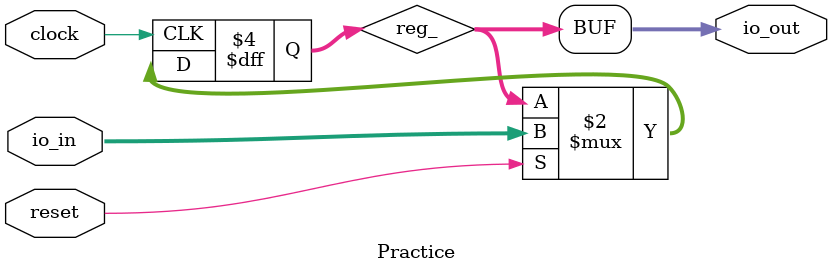
<source format=v>
module Practice(
  input         clock,
  input         reset,
  input  [31:0] io_in,
  output [31:0] io_out
);
`ifdef RANDOMIZE_REG_INIT
  reg [31:0] _RAND_0;
`endif // RANDOMIZE_REG_INIT
  reg [31:0] reg_; // @[Reg.scala 27:20]
  assign io_out = reg_; // @[Main.scala 28:12]
  always @(posedge clock) begin
    if (reset) begin // @[Reg.scala 27:20]
      reg_ <= io_in; // @[Reg.scala 27:20]
    end
  end
// Register and memory initialization
`ifdef RANDOMIZE_GARBAGE_ASSIGN
`define RANDOMIZE
`endif
`ifdef RANDOMIZE_INVALID_ASSIGN
`define RANDOMIZE
`endif
`ifdef RANDOMIZE_REG_INIT
`define RANDOMIZE
`endif
`ifdef RANDOMIZE_MEM_INIT
`define RANDOMIZE
`endif
`ifndef RANDOM
`define RANDOM $random
`endif
`ifdef RANDOMIZE_MEM_INIT
  integer initvar;
`endif
`ifndef SYNTHESIS
`ifdef FIRRTL_BEFORE_INITIAL
`FIRRTL_BEFORE_INITIAL
`endif
initial begin
  `ifdef RANDOMIZE
    `ifdef INIT_RANDOM
      `INIT_RANDOM
    `endif
    `ifndef VERILATOR
      `ifdef RANDOMIZE_DELAY
        #`RANDOMIZE_DELAY begin end
      `else
        #0.002 begin end
      `endif
    `endif
`ifdef RANDOMIZE_REG_INIT
  _RAND_0 = {1{`RANDOM}};
  reg_ = _RAND_0[31:0];
`endif // RANDOMIZE_REG_INIT
  `endif // RANDOMIZE
end // initial
`ifdef FIRRTL_AFTER_INITIAL
`FIRRTL_AFTER_INITIAL
`endif
`endif // SYNTHESIS
endmodule

</source>
